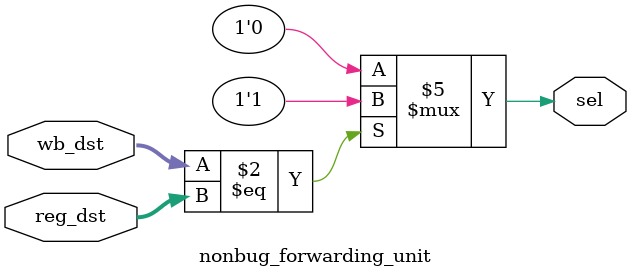
<source format=v>
`timescale 1ns / 1ps


module nonbug_forwarding_unit(
    input [4:0] wb_dst, reg_dst,
    output reg sel
    
    
    );
    initial
    begin
        sel <=0;
    end
    
    always @(wb_dst or reg_dst)
    begin
        if (wb_dst==reg_dst)
            sel <=1;
        else
            sel <=0;
     end
            
    
endmodule

</source>
